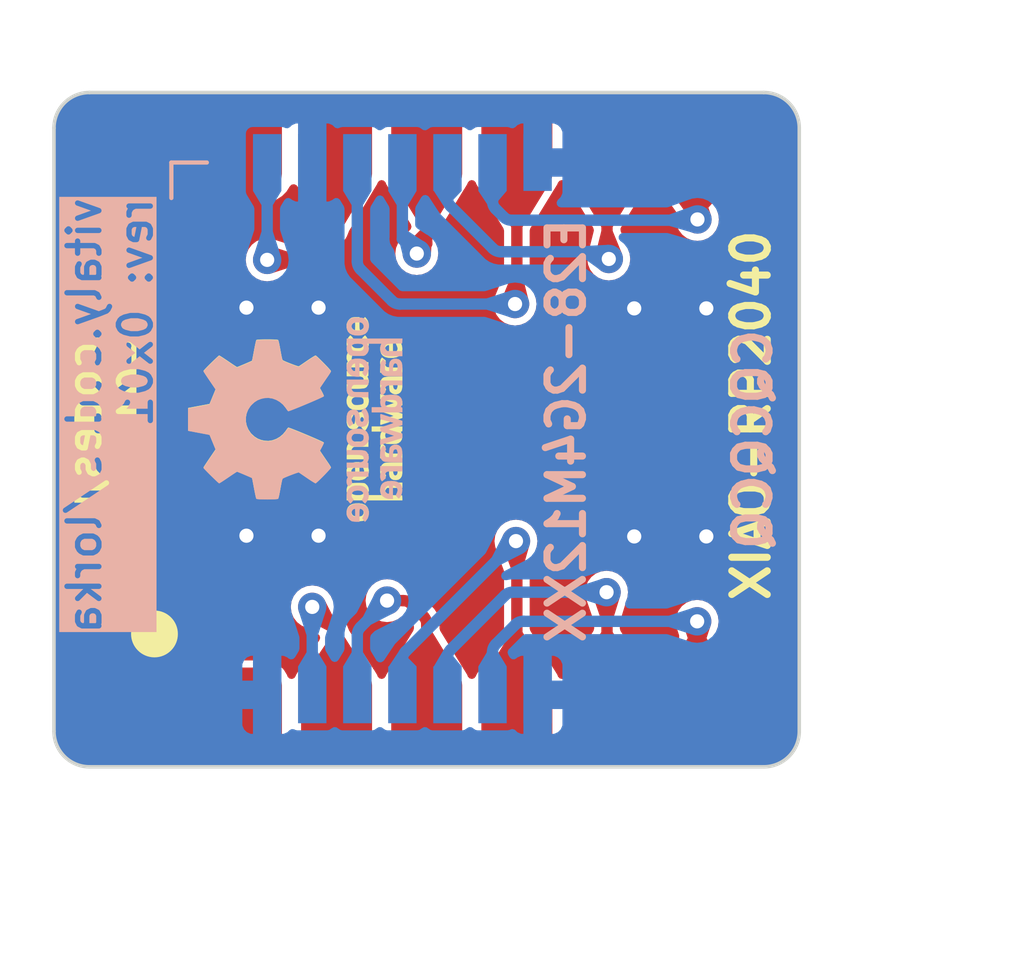
<source format=kicad_pcb>
(kicad_pcb (version 20221018) (generator pcbnew)
  (title_block (title "lorka") (date "2023-11-03") (rev "0x01") (company "https://vitaly.codes"))
  (layers (0 "F.Cu" signal) (31 "B.Cu" signal) (34 "B.Paste" user) (35 "F.Paste" user) (36 "B.SilkS" user "B.Silkscreen") (37 "F.SilkS" user "F.Silkscreen") (38 "B.Mask" user) (39 "F.Mask" user) (44 "Edge.Cuts" user))
  (net 0 "")
  (net 4 "Net-(U1-PB09_A7_D7_RX)")
  (net 5 "Net-(U1-PA7_A8_D8_SCK)")
  (net 6 "Net-(U1-PA5_A9_D9_MISO)")
  (net 7 "Net-(U1-PA6_A10_D10_MOSI)")
  (net 8 "Net-(U1-3V3)")
  (net 9 "GND")
  (net 10 "/DIO3")
  (net 11 "/DIO2")
  (net 12 "/DIO1")
  (net 13 "/BUSY")
  (net 14 "/~{RESET}")
  (footprint "XIAO_PCB:MOUDLE14P-SMD-2.54-21X17.8MM" (layer "F.Cu") (at 81.62 103.36 90)
    (fp_text reference "U1" hide)
    (fp_text value "MOUDLE-SEEEDUINO-XIAO-RP2040")
    (pad "1" smd roundrect (at 0.835 -18.12 90) (size 2.75 2) (layers "F.Cu" "F.Paste" "F.Mask"))
    (pad "2" smd roundrect (at 0.835 -15.58 90) (size 2.75 2) (layers "F.Cu" "F.Paste" "F.Mask"))
    (pad "3" smd roundrect (at 0.835 -13.04 90) (size 2.75 2) (layers "F.Cu" "F.Paste" "F.Mask") (net 10 "/DIO3"))
    (pad "4" smd roundrect (at 0.835 -10.5 90) (size 2.75 2) (layers "F.Cu" "F.Paste" "F.Mask") (net 11 "/DIO2"))
    (pad "5" smd roundrect (at 0.835 -7.96 90) (size 2.75 2) (layers "F.Cu" "F.Paste" "F.Mask") (net 12 "/DIO1"))
    (pad "6" smd roundrect (at 0.835 -5.42 90) (size 2.75 2) (layers "F.Cu" "F.Paste" "F.Mask") (net 13 "/BUSY"))
    (pad "7" smd roundrect (at 0.835 -2.88 90) (size 2.75 2) (layers "F.Cu" "F.Paste" "F.Mask") (net 14 "/~{RESET}"))
    (pad "8" smd roundrect (at 17 -2.88 90) (size 2.75 2) (layers "F.Cu" "F.Paste" "F.Mask") (net 4 "Net-(U1-PB09_A7_D7_RX)"))
    (pad "9" smd roundrect (at 17 -5.42 90) (size 2.75 2) (layers "F.Cu" "F.Paste" "F.Mask") (net 5 "Net-(U1-PA7_A8_D8_SCK)"))
    (pad "10" smd roundrect (at 17 -7.96 90) (size 2.75 2) (layers "F.Cu" "F.Paste" "F.Mask") (net 6 "Net-(U1-PA5_A9_D9_MISO)"))
    (pad "11" smd roundrect (at 17 -10.5 90) (size 2.75 2) (layers "F.Cu" "F.Paste" "F.Mask") (net 7 "Net-(U1-PA6_A10_D10_MOSI)"))
    (pad "12" smd roundrect (at 17 -13.04 90) (size 2.75 2) (layers "F.Cu" "F.Paste" "F.Mask") (net 8 "Net-(U1-3V3)"))
    (pad "13" smd roundrect (at 17 -15.58 90) (size 2.75 2) (layers "F.Cu" "F.Paste" "F.Mask") (net 9 "GND"))
    (pad "14" smd roundrect (at 17 -18.12 90) (size 2.75 2) (layers "F.Cu" "F.Paste" "F.Mask"))
  )
  (footprint "Symbol:OSHW-Logo_5.7x6mm_SilkScreen" (layer "F.Cu") (at 67.4116 94.1578 90)
    (fp_text reference "REF**" hide)
    (fp_text value "OSHW-Logo_5.7x6mm_SilkScreen" hide)
  )
  (footprint "@jb:E28-2G4M12XX" (layer "B.Cu") (at 72.8242 94.4188 -90)
    (fp_text reference "U2" hide)
    (fp_text value "E28-2G4M12XX")
    (pad "1" smd rect (at -7.5 6.2 270) (size 1.6 0.8) (layers "B.Cu" "B.Paste" "B.Mask") (net 8 "Net-(U1-3V3)"))
    (pad "2" smd rect (at -7.5 4.93 270) (size 1.6 0.8) (layers "B.Cu" "B.Paste" "B.Mask") (net 9 "GND"))
    (pad "3" smd rect (at -7.5 3.66 270) (size 1.6 0.8) (layers "B.Cu" "B.Paste" "B.Mask") (net 6 "Net-(U1-PA5_A9_D9_MISO)"))
    (pad "4" smd rect (at -7.5 2.39 270) (size 1.6 0.8) (layers "B.Cu" "B.Paste" "B.Mask") (net 7 "Net-(U1-PA6_A10_D10_MOSI)"))
    (pad "5" smd rect (at -7.5 1.12 270) (size 1.6 0.8) (layers "B.Cu" "B.Paste" "B.Mask") (net 5 "Net-(U1-PA7_A8_D8_SCK)"))
    (pad "6" smd rect (at -7.5 -0.15 270) (size 1.6 0.8) (layers "B.Cu" "B.Paste" "B.Mask") (net 4 "Net-(U1-PB09_A7_D7_RX)"))
    (pad "7" smd rect (at -7.5 -1.42 270) (size 1.6 0.8) (layers "B.Cu" "B.Paste" "B.Mask") (net 9 "GND"))
    (pad "8" smd rect (at 7.5 -1.42 90) (size 1.6 0.8) (layers "B.Cu" "B.Paste" "B.Mask") (net 9 "GND"))
    (pad "9" smd rect (at 7.5 -0.15 90) (size 1.6 0.8) (layers "B.Cu" "B.Paste" "B.Mask") (net 14 "/~{RESET}"))
    (pad "10" smd rect (at 7.5 1.12 90) (size 1.6 0.8) (layers "B.Cu" "B.Paste" "B.Mask") (net 13 "/BUSY"))
    (pad "11" smd rect (at 7.5 2.39 90) (size 1.6 0.8) (layers "B.Cu" "B.Paste" "B.Mask") (net 12 "/DIO1"))
    (pad "12" smd rect (at 7.5 3.66 90) (size 1.6 0.8) (layers "B.Cu" "B.Paste" "B.Mask") (net 11 "/DIO2"))
    (pad "13" smd rect (at 7.5 4.93 90) (size 1.6 0.8) (layers "B.Cu" "B.Paste" "B.Mask") (net 10 "/DIO3"))
    (pad "14" smd rect (at 7.5 6.2 90) (size 1.6 0.8) (layers "B.Cu" "B.Paste" "B.Mask") (net 9 "GND"))
    (zone (net 0) (net_name "") (layers "*.Cu" "B.Fab") (name "ANTENNA") (connect_pads (clearance 0)) (min_thickness 0.25)
      (keepout (tracks not_allowed) (vias not_allowed) (pads not_allowed) (copperpour not_allowed) (footprints not_allowed))
      (fill (thermal_gap 0.5) (thermal_bridge_width 0.5))
      (polygon (pts (xy 81.7242 86.9188) (xy 81.7242 101.9188) (xy 87.9242 101.9188) (xy 87.9242 86.9188)))
    )
  )
  (footprint "Symbol:OSHW-Logo_5.7x6mm_SilkScreen" (layer "B.Cu") (at 67.4116 94.1578 -90)
    (fp_text reference "REF**" hide)
    (fp_text value "OSHW-Logo_5.7x6mm_SilkScreen" hide)
  )
  (gr_circle (center 63.448648 100.203) (end 64.0334 100.203) (stroke (width 0.15)) (fill solid) (layer "F.SilkS"))
  (gr_line (start 81.617402 85.946454) (end 81.617402 102.946454) (stroke (width 0.1)) (layer "Edge.Cuts"))
  (gr_line (start 80.617402 103.946454) (end 61.617402 103.946454) (stroke (width 0.1)) (layer "Edge.Cuts"))
  (gr_arc (start 60.617402 85.946454) (mid 60.910312 85.239378) (end 61.617402 84.946454) (stroke (width 0.1)) (layer "Edge.Cuts"))
  (gr_arc (start 61.617402 103.946454) (mid 60.910295 103.653561) (end 60.617402 102.946454) (stroke (width 0.1)) (layer "Edge.Cuts"))
  (gr_line (start 60.617402 102.946454) (end 60.617402 85.946454) (stroke (width 0.1)) (layer "Edge.Cuts"))
  (gr_line (start 61.617402 84.946454) (end 80.617402 84.946454) (stroke (width 0.1)) (layer "Edge.Cuts"))
  (gr_arc (start 81.617402 102.946454) (mid 81.324509 103.653561) (end 80.617402 103.946454) (stroke (width 0.1)) (layer "Edge.Cuts"))
  (gr_arc (start 80.617402 84.946454) (mid 81.324509 85.239347) (end 81.617402 85.946454) (stroke (width 0.1)) (layer "Edge.Cuts"))
  (gr_text "E28-2G4M12XX" (at 75.6412 88.392 90) (layer "B.SilkS") (effects (font (size 1 1) (thickness 0.2)) (justify left bottom mirror)))
  (gr_text "    vitaly.codes/lorka     \n    rev: 0x01 " (at 63.4492 85.09 90) (layer "B.SilkS" knockout) (effects (font (size 0.9 0.9)) (justify left bottom mirror)))
  (gr_text "CQCQCQ" (at 80.899 91.5162 90) (layer "B.SilkS") (effects (font (size 1 1) (thickness 0.2)) (justify left bottom mirror)))
  (gr_text "XIAO-RP2040" (at 80.8482 99.3648 90) (layer "F.SilkS") (effects (font (size 1 1) (thickness 0.2)) (justify left bottom)))
  (gr_text "lorka" (at 62.865 96.6978 90) (layer "F.SilkS" knockout) (effects (font (size 1.27 1.27) (thickness 0.2)) (justify left bottom)))
  (segment (start 78.748748 88.522643) (end 78.74 88.513895) (width 0.32) (layer "F.Cu") (net 4))
  (segment (start 78.74 88.513895) (end 78.74 86.36) (width 0.32) (layer "F.Cu") (net 4))
  (via (at 78.748748 88.522643) (size 0.8) (drill 0.4) (layers "F.Cu" "B.Cu") (net 4))
  (segment (start 78.748748 88.522643) (end 78.726991 88.5444) (width 0.32) (layer "B.Cu") (net 4))
  (segment (start 78.726991 88.5444) (end 73.513148 88.5444) (width 0.32) (layer "B.Cu") (net 4))
  (segment (start 72.9742 88.005452) (end 72.9742 86.9188) (width 0.32) (layer "B.Cu") (net 4))
  (segment (start 73.286874 88.450674) (end 73.067926 88.231726) (width 0.32) (layer "B.Cu") (net 4))
  (arc (start 73.286874 88.450674) (mid 73.390689 88.520041) (end 73.513148 88.5444) (width 0.32) (layer "B.Cu") (net 4))
  (arc (start 72.9742 88.005452) (mid 72.998559 88.127911) (end 73.067926 88.231726) (width 0.32) (layer "B.Cu") (net 4))
  (segment (start 76.2508 89.6366) (end 76.2 89.5858) (width 0.32) (layer "F.Cu") (net 5))
  (segment (start 76.2 89.5858) (end 76.2 86.36) (width 0.32) (layer "F.Cu") (net 5))
  (via (at 76.2508 89.6366) (size 0.8) (drill 0.4) (layers "F.Cu" "B.Cu") (net 5))
  (segment (start 72.982074 89.339674) (end 71.797926 88.155526) (width 0.32) (layer "B.Cu") (net 5))
  (segment (start 71.7042 87.929252) (end 71.7042 86.9188) (width 0.32) (layer "B.Cu") (net 5))
  (segment (start 76.2508 89.6366) (end 76.141326 89.527126) (width 0.32) (layer "B.Cu") (net 5))
  (segment (start 75.915052 89.4334) (end 73.208348 89.4334) (width 0.32) (layer "B.Cu") (net 5))
  (arc (start 71.797926 88.155526) (mid 71.728559 88.051711) (end 71.7042 87.929252) (width 0.32) (layer "B.Cu") (net 5))
  (arc (start 75.915052 89.4334) (mid 76.037511 89.457759) (end 76.141326 89.527126) (width 0.32) (layer "B.Cu") (net 5))
  (arc (start 72.982074 89.339674) (mid 73.085889 89.409041) (end 73.208348 89.4334) (width 0.32) (layer "B.Cu") (net 5))
  (segment (start 73.66 90.8558) (end 73.66 86.36) (width 0.32) (layer "F.Cu") (net 6))
  (segment (start 73.6092 90.9066) (end 73.66 90.8558) (width 0.32) (layer "F.Cu") (net 6))
  (via (at 73.6092 90.9066) (size 0.8) (drill 0.4) (layers "F.Cu" "B.Cu") (net 6))
  (segment (start 70.137274 90.812874) (end 69.257926 89.933526) (width 0.32) (layer "B.Cu") (net 6))
  (segment (start 73.6092 90.9066) (end 70.363548 90.9066) (width 0.32) (layer "B.Cu") (net 6))
  (segment (start 69.1642 89.707252) (end 69.1642 86.9188) (width 0.32) (layer "B.Cu") (net 6))
  (arc (start 70.363548 90.9066) (mid 70.241089 90.882241) (end 70.137274 90.812874) (width 0.32) (layer "B.Cu") (net 6))
  (arc (start 69.1642 89.707252) (mid 69.188559 89.829711) (end 69.257926 89.933526) (width 0.32) (layer "B.Cu") (net 6))
  (segment (start 70.8406 89.4842) (end 71.12 89.2048) (width 0.32) (layer "F.Cu") (net 7))
  (segment (start 71.12 89.2048) (end 71.12 86.36) (width 0.32) (layer "F.Cu") (net 7))
  (via (at 70.8406 89.4842) (size 0.8) (drill 0.4) (layers "F.Cu" "B.Cu") (net 7))
  (segment (start 70.8406 89.4842) (end 70.4342 89.0778) (width 0.32) (layer "B.Cu") (net 7))
  (segment (start 70.4342 89.0778) (end 70.4342 86.9188) (width 0.32) (layer "B.Cu") (net 7))
  (segment (start 66.6242 89.662) (end 67.609252 89.662) (width 0.32) (layer "F.Cu") (net 8))
  (segment (start 68.58 88.691252) (end 68.58 86.36) (width 0.32) (layer "F.Cu") (net 8))
  (segment (start 67.835526 89.568274) (end 68.486274 88.917526) (width 0.32) (layer "F.Cu") (net 8))
  (via (at 66.6242 89.662) (size 0.8) (drill 0.4) (layers "F.Cu" "B.Cu") (net 8))
  (arc (start 67.835526 89.568274) (mid 67.731711 89.637641) (end 67.609252 89.662) (width 0.32) (layer "F.Cu") (net 8))
  (arc (start 68.486274 88.917526) (mid 68.555641 88.813711) (end 68.58 88.691252) (width 0.32) (layer "F.Cu") (net 8))
  (segment (start 66.6242 89.662) (end 66.6242 86.9188) (width 0.32) (layer "B.Cu") (net 8))
  (segment (start 66.04 86.36) (end 65.4812 86.9188) (width 0.32) (layer "F.Cu") (net 9))
  (segment (start 65.4812 86.9188) (end 65.4812 90.4494) (width 0.5) (layer "F.Cu") (net 9))
  (segment (start 65.4812 90.4494) (end 66.04 91.0082) (width 0.5) (layer "F.Cu") (net 9))
  (via (at 76.966872 97.454883) (size 0.8) (drill 0.4) (layers "F.Cu" "B.Cu") (net 9))
  (via (at 66.04 91.0082) (size 0.8) (drill 0.4) (layers "F.Cu" "B.Cu") (net 9))
  (via (at 78.998872 97.454883) (size 0.8) (drill 0.4) (layers "F.Cu" "B.Cu") (net 9))
  (via (at 76.966872 91.028683) (size 0.8) (drill 0.4) (layers "F.Cu" "B.Cu") (net 9))
  (via (at 68.072 91.0082) (size 0.8) (drill 0.4) (layers "F.Cu" "B.Cu") (net 9))
  (via (at 66.04 97.4344) (size 0.8) (drill 0.4) (layers "F.Cu" "B.Cu") (net 9))
  (via (at 78.998872 91.028683) (size 0.8) (drill 0.4) (layers "F.Cu" "B.Cu") (net 9))
  (via (at 68.072 97.4344) (size 0.8) (drill 0.4) (layers "F.Cu" "B.Cu") (net 9))
  (segment (start 68.58 100.259348) (end 68.58 102.525) (width 0.32) (layer "F.Cu") (net 10))
  (segment (start 67.8942 99.441) (end 68.486274 100.033074) (width 0.32) (layer "F.Cu") (net 10))
  (via (at 67.8942 99.441) (size 0.8) (drill 0.4) (layers "F.Cu" "B.Cu") (net 10))
  (arc (start 68.58 100.259348) (mid 68.555641 100.136889) (end 68.486274 100.033074) (width 0.32) (layer "F.Cu") (net 10))
  (segment (start 67.8942 99.441) (end 67.8942 101.9188) (width 0.32) (layer "B.Cu") (net 10))
  (segment (start 70.0024 99.2632) (end 70.454052 99.2632) (width 0.32) (layer "F.Cu") (net 11))
  (segment (start 71.12 99.929148) (end 71.12 102.525) (width 0.32) (layer "F.Cu") (net 11))
  (segment (start 70.680326 99.356926) (end 71.026274 99.702874) (width 0.32) (layer "F.Cu") (net 11))
  (via (at 70.0024 99.2632) (size 0.8) (drill 0.4) (layers "F.Cu" "B.Cu") (net 11))
  (arc (start 71.12 99.929148) (mid 71.095641 99.806689) (end 71.026274 99.702874) (width 0.32) (layer "F.Cu") (net 11))
  (arc (start 70.454052 99.2632) (mid 70.576511 99.287559) (end 70.680326 99.356926) (width 0.32) (layer "F.Cu") (net 11))
  (segment (start 70.0024 99.2632) (end 69.257926 100.007674) (width 0.32) (layer "B.Cu") (net 11))
  (segment (start 69.1642 100.233948) (end 69.1642 101.9188) (width 0.32) (layer "B.Cu") (net 11))
  (arc (start 69.1642 100.233948) (mid 69.188559 100.111489) (end 69.257926 100.007674) (width 0.32) (layer "B.Cu") (net 11))
  (segment (start 73.66 97.6122) (end 73.66 102.525) (width 0.32) (layer "F.Cu") (net 12))
  (segment (start 73.6346 97.5868) (end 73.66 97.6122) (width 0.32) (layer "F.Cu") (net 12))
  (via (at 73.6346 97.5868) (size 0.8) (drill 0.4) (layers "F.Cu" "B.Cu") (net 12))
  (segment (start 73.6346 97.5868) (end 70.527926 100.693474) (width 0.32) (layer "B.Cu") (net 12))
  (segment (start 70.4342 100.919748) (end 70.4342 101.9188) (width 0.32) (layer "B.Cu") (net 12))
  (arc (start 70.4342 100.919748) (mid 70.458559 100.797289) (end 70.527926 100.693474) (width 0.32) (layer "B.Cu") (net 12))
  (segment (start 76.187788 99.026207) (end 76.2 99.038419) (width 0.32) (layer "F.Cu") (net 13))
  (segment (start 76.2 99.038419) (end 76.2 102.525) (width 0.32) (layer "F.Cu") (net 13))
  (via (at 76.187788 99.026207) (size 0.8) (drill 0.4) (layers "F.Cu" "B.Cu") (net 13))
  (segment (start 76.187788 99.026207) (end 73.546941 99.026207) (width 0.32) (layer "B.Cu") (net 13))
  (segment (start 71.7042 100.868948) (end 71.7042 101.9188) (width 0.32) (layer "B.Cu") (net 13))
  (segment (start 73.320667 99.119933) (end 71.797926 100.642674) (width 0.32) (layer "B.Cu") (net 13))
  (arc (start 71.7042 100.868948) (mid 71.728559 100.746489) (end 71.797926 100.642674) (width 0.32) (layer "B.Cu") (net 13))
  (arc (start 73.546941 99.026207) (mid 73.424482 99.050566) (end 73.320667 99.119933) (width 0.32) (layer "B.Cu") (net 13))
  (segment (start 78.74 99.8474) (end 78.74 102.525) (width 0.32) (layer "F.Cu") (net 14))
  (via (at 78.74 99.8474) (size 0.8) (drill 0.4) (layers "F.Cu" "B.Cu") (net 14))
  (segment (start 72.9742 101.9188) (end 72.9742 100.716548) (width 0.32) (layer "B.Cu") (net 14))
  (segment (start 73.843348 99.8474) (end 78.74 99.8474) (width 0.32) (layer "B.Cu") (net 14))
  (segment (start 73.067926 100.490274) (end 73.617074 99.941126) (width 0.32) (layer "B.Cu") (net 14))
  (arc (start 73.067926 100.490274) (mid 72.998559 100.594089) (end 72.9742 100.716548) (width 0.32) (layer "B.Cu") (net 14))
  (arc (start 73.617074 99.941126) (mid 73.720889 99.871759) (end 73.843348 99.8474) (width 0.32) (layer "B.Cu") (net 14))
  (zone (net 9) (net_name "GND") (layers "F&B.Cu") (connect_pads (clearance 0.2)) (min_thickness 0.25) (fill yes (thermal_gap 0.3) (thermal_bridge_width 0.8))
    (polygon (pts (xy 59.7408 84.2518) (xy 81.5848 84.2772) (xy 81.661 104.648) (xy 59.7408 104.6988)))
  )
)
</source>
